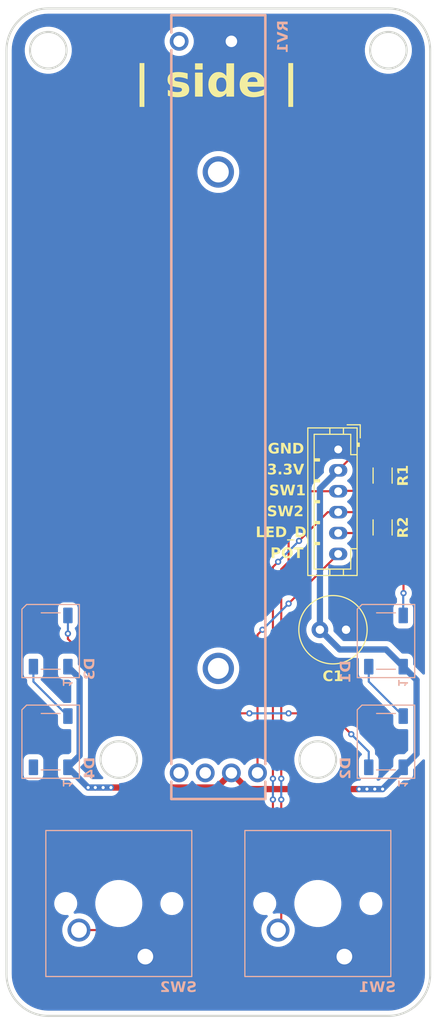
<source format=kicad_pcb>
(kicad_pcb (version 20241229) (generator "pcbnew") (generator_version "9.0")
  (layers (0 "F.Cu" signal) (2 "B.Cu" signal) (13 "F.Paste" user) (15 "B.Paste" user) (5 "F.SilkS" user "F.Silkscreen") (7 "B.SilkS" user "B.Silkscreen") (1 "F.Mask" user) (3 "B.Mask" user) (25 "Edge.Cuts" user))
  (net 0 "")
  (net 1 "GND")
  (net 2 "+3.3V")
  (net 3 "/POT")
  (net 4 "/SW1")
  (net 5 "/LED_D")
  (net 6 "/SW2")
  (net 7 "Net-(D1-DOUT)")
  (net 8 "Net-(D2-DOUT)")
  (net 9 "Net-(D3-DOUT)")
  (footprint "Capacitor_THT:C_Radial_D6.3mm_H7.0mm_P2.50mm" (layer "F.Cu") (at 147.5 100.25)
    (property "Reference" "C1" (at 1.25 4.5 0) (layer "F.SilkS"))
    (property "Value" "100u")
    (fp_circle (center 1.25 0) (end 4.52 0) (stroke (width 0.12)) (fill no) (layer "F.SilkS"))
    (pad "1" thru_hole circle (at 0 0) (size 1.6 1.6) (drill 0.8) (layers "*.Cu" "*.Mask") (net 2 "+3.3V"))
    (pad "2" thru_hole circle (at 2.5 0) (size 1.6 1.6) (drill 0.8) (layers "*.Cu" "*.Mask") (net 1 "GND"))
  )
  (footprint "Resistor_SMD:R_1206_3216Metric" (layer "F.Cu") (at 153.5 85.5 -90)
    (property "Reference" "R1" (at 0 -2 90) (layer "F.SilkS"))
    (property "Value" "10k")
    (fp_line (start -0.727064 0.91) (end 0.727064 0.91) (stroke (width 0.12)) (layer "F.SilkS"))
    (fp_line (start -0.727064 -0.91) (end 0.727064 -0.91) (stroke (width 0.12)) (layer "F.SilkS"))
    (pad "1" smd roundrect (at -1.4625 0 270) (size 1.125 1.75) (layers "F.Cu" "F.Mask" "F.Paste") (roundrect_rratio 0.222222) (net 2 "+3.3V"))
    (pad "2" smd roundrect (at 1.4625 0 270) (size 1.125 1.75) (layers "F.Cu" "F.Mask" "F.Paste") (roundrect_rratio 0.222222) (net 4 "/SW1"))
  )
  (footprint "Connector_JST:JST_PH_B6B-PH-K_1x06_P2.00mm_Vertical" (layer "F.Cu") (at 149.25 83 -90)
    (property "Reference" "J1" (hide yes))
    (property "Value" "JST_PH")
    (fp_line (start -2.06 2.91) (end 12.06 2.91) (stroke (width 0.12)) (layer "F.SilkS"))
    (fp_line (start 12.06 2.91) (end 12.06 -1.81) (stroke (width 0.12)) (layer "F.SilkS"))
    (fp_line (start -1.45 2.3) (end 11.45 2.3) (stroke (width 0.12)) (layer "F.SilkS"))
    (fp_line (start 0.9 2.3) (end 0.9 1.8) (stroke (width 0.12)) (layer "F.SilkS"))
    (fp_line (start 1 2.3) (end 1 1.8) (stroke (width 0.12)) (layer "F.SilkS"))
    (fp_line (start 2.9 2.3) (end 2.9 1.8) (stroke (width 0.12)) (layer "F.SilkS"))
    (fp_line (start 3 2.3) (end 3 1.8) (stroke (width 0.12)) (layer "F.SilkS"))
    (fp_line (start 4.9 2.3) (end 4.9 1.8) (stroke (width 0.12)) (layer "F.SilkS"))
    (fp_line (start 5 2.3) (end 5 1.8) (stroke (width 0.12)) (layer "F.SilkS"))
    (fp_line (start 6.9 2.3) (end 6.9 1.8) (stroke (width 0.12)) (layer "F.SilkS"))
    (fp_line (start 7 2.3) (end 7 1.8) (stroke (width 0.12)) (layer "F.SilkS"))
    (fp_line (start 8.9 2.3) (end 8.9 1.8) (stroke (width 0.12)) (layer "F.SilkS"))
    (fp_line (start 9 2.3) (end 9 1.8) (stroke (width 0.12)) (layer "F.SilkS"))
    (fp_line (start 11.45 2.3) (end 11.45 -1.2) (stroke (width 0.12)) (layer "F.SilkS"))
    (fp_line (start 0.9 1.8) (end 1.1 1.8) (stroke (width 0.12)) (layer "F.SilkS"))
    (fp_line (start 1.1 1.8) (end 1.1 2.3) (stroke (width 0.12)) (layer "F.SilkS"))
    (fp_line (start 2.9 1.8) (end 3.1 1.8) (stroke (width 0.12)) (layer "F.SilkS"))
    (fp_line (start 3.1 1.8) (end 3.1 2.3) (stroke (width 0.12)) (layer "F.SilkS"))
    (fp_line (start 4.9 1.8) (end 5.1 1.8) (stroke (width 0.12)) (layer "F.SilkS"))
    (fp_line (start 5.1 1.8) (end 5.1 2.3) (stroke (width 0.12)) (layer "F.SilkS"))
    (fp_line (start 6.9 1.8) (end 7.1 1.8) (stroke (width 0.12)) (layer "F.SilkS"))
    (fp_line (start 7.1 1.8) (end 7.1 2.3) (stroke (width 0.12)) (layer "F.SilkS"))
    (fp_line (start 8.9 1.8) (end 9.1 1.8) (stroke (width 0.12)) (layer "F.SilkS"))
    (fp_line (start 9.1 1.8) (end 9.1 2.3) (stroke (width 0.12)) (layer "F.SilkS"))
    (fp_line (start -2.06 0.8) (end -1.45 0.8) (stroke (width 0.12)) (layer "F.SilkS"))
    (fp_line (start 12.06 0.8) (end 11.45 0.8) (stroke (width 0.12)) (layer "F.SilkS"))
    (fp_line (start -2.06 -0.5) (end -1.45 -0.5) (stroke (width 0.12)) (layer "F.SilkS"))
    (fp_line (start 12.06 -0.5) (end 11.45 -0.5) (stroke (width 0.12)) (layer "F.SilkS"))
    (fp_line (start -1.45 -1.2) (end -1.45 2.3) (stroke (width 0.12)) (layer "F.SilkS"))
    (fp_line (start 0.5 -1.2) (end -1.45 -1.2) (stroke (width 0.12)) (layer "F.SilkS"))
    (fp_line (start 9.5 -1.2) (end 9.5 -1.81) (stroke (width 0.12)) (layer "F.SilkS"))
    (fp_line (start 11.45 -1.2) (end 9.5 -1.2) (stroke (width 0.12)) (layer "F.SilkS"))
    (fp_line (start -2.06 -1.81) (end -2.06 2.91) (stroke (width 0.12)) (layer "F.SilkS"))
    (fp_line (start -0.3 -1.81) (end -0.3 -2.01) (stroke (width 0.12)) (layer "F.SilkS"))
    (fp_line (start 0.5 -1.81) (end 0.5 -1.2) (stroke (width 0.12)) (layer "F.SilkS"))
    (fp_line (start 12.06 -1.81) (end -2.06 -1.81) (stroke (width 0.12)) (layer "F.SilkS"))
    (fp_line (start -0.3 -1.91) (end -0.6 -1.91) (stroke (width 0.12)) (layer "F.SilkS"))
    (fp_line (start -0.6 -2.01) (end -0.6 -1.81) (stroke (width 0.12)) (layer "F.SilkS"))
    (fp_line (start -0.3 -2.01) (end -0.6 -2.01) (stroke (width 0.12)) (layer "F.SilkS"))
    (fp_line (start -2.36 -2.11) (end -2.36 -0.86) (stroke (width 0.12)) (layer "F.SilkS"))
    (fp_line (start -1.11 -2.11) (end -2.36 -2.11) (stroke (width 0.12)) (layer "F.SilkS"))
    (pad "1" thru_hole roundrect (at 0 0 270) (size 1.2 1.75) (drill 0.75) (layers "*.Cu" "*.Mask") (roundrect_rratio 0.208333) (net 1 "GND"))
    (pad "2" thru_hole oval (at 2 0 270) (size 1.2 1.75) (drill 0.75) (layers "*.Cu" "*.Mask") (net 2 "+3.3V"))
    (pad "3" thru_hole oval (at 4 0 270) (size 1.2 1.75) (drill 0.75) (layers "*.Cu" "*.Mask") (net 4 "/SW1"))
    (pad "4" thru_hole oval (at 6 0 270) (size 1.2 1.75) (drill 0.75) (layers "*.Cu" "*.Mask") (net 6 "/SW2"))
    (pad "5" thru_hole oval (at 8 0 270) (size 1.2 1.75) (drill 0.75) (layers "*.Cu" "*.Mask") (net 5 "/LED_D"))
    (pad "6" thru_hole oval (at 10 0 270) (size 1.2 1.75) (drill 0.75) (layers "*.Cu" "*.Mask") (net 3 "/POT"))
  )
  (footprint "Resistor_SMD:R_1206_3216Metric" (layer "F.Cu") (at 153.5 90.4625 90)
    (property "Reference" "R2" (at 0 2 90) (layer "F.SilkS"))
    (property "Value" "10k")
    (fp_line (start -0.727064 -0.91) (end 0.727064 -0.91) (stroke (width 0.12)) (layer "F.SilkS"))
    (fp_line (start -0.727064 0.91) (end 0.727064 0.91) (stroke (width 0.12)) (layer "F.SilkS"))
    (pad "1" smd roundrect (at -1.4625 0 90) (size 1.125 1.75) (layers "F.Cu" "F.Mask" "F.Paste") (roundrect_rratio 0.222222) (net 2 "+3.3V"))
    (pad "2" smd roundrect (at 1.4625 0 90) (size 1.125 1.75) (layers "F.Cu" "F.Mask" "F.Paste") (roundrect_rratio 0.222222) (net 6 "/SW2"))
  )
  (footprint "LED_SMD:LED_WS2812B_PLCC4_5.0x5.0mm_P3.2mm" (layer "B.Cu") (at 153.824181 101.333723 90)
    (property "Reference" "D1" (at -2.916277 -3.824181 90) (layer "B.SilkS") (effects (justify mirror)))
    (property "Value" "WS2812B")
    (fp_line (start 3.05 -2.75) (end 3.5 -2.3) (stroke (width 0.12)) (layer "B.SilkS"))
    (fp_line (start -3.5 -2.75) (end 3.05 -2.75) (stroke (width 0.12)) (layer "B.SilkS"))
    (fp_line (start 3.5 -2.3) (end 3.5 2.75) (stroke (width 0.12)) (layer "B.SilkS"))
    (fp_line (start 2.7 -0.9) (end 2.7 0.9) (stroke (width 0.12)) (layer "B.SilkS"))
    (fp_line (start -2.7 -0.9) (end -2.7 0.9) (stroke (width 0.12)) (layer "B.SilkS"))
    (fp_line (start -3.5 2.75) (end -3.5 -2.75) (stroke (width 0.12)) (layer "B.SilkS"))
    (fp_line (start -3.5 2.75) (end 3.5 2.75) (stroke (width 0.12)) (layer "B.SilkS"))
    (fp_text user "1" (at -4 1.6 270) (layer "B.SilkS") (effects (font (size 0.8 0.8)) (justify mirror)))
    (pad "1" smd roundrect (at -2.45 1.65 90) (size 1.5 0.9) (layers "B.Cu" "B.Mask" "B.Paste") (roundrect_rratio 0.1) (net 2 "+3.3V"))
    (pad "2" smd roundrect (at -2.45 -1.65 90) (size 1.5 0.9) (layers "B.Cu" "B.Mask" "B.Paste") (roundrect_rratio 0.1) (net 7 "Net-(D1-DOUT)"))
    (pad "3" smd roundrect (at 2.45 -1.65 90) (size 1.5 0.9) (layers "B.Cu" "B.Mask" "B.Paste") (roundrect_rratio 0.1) (net 1 "GND"))
    (pad "4" smd roundrect (at 2.45 1.65 90) (size 1.5 0.9) (layers "B.Cu" "B.Mask" "B.Paste") (roundrect_rratio 0.1) (net 5 "/LED_D"))
  )
  (footprint "LED_SMD:LED_WS2812B_PLCC4_5.0x5.0mm_P3.2mm" (layer "B.Cu") (at 121.728372 110.963723 90)
    (property "Reference" "D4" (at -2.536277 3.771628 90) (layer "B.SilkS") (effects (justify mirror)))
    (property "Value" "WS2812B")
    (fp_line (start 3.05 -2.75) (end 3.5 -2.3) (stroke (width 0.12)) (layer "B.SilkS"))
    (fp_line (start -3.5 -2.75) (end 3.05 -2.75) (stroke (width 0.12)) (layer "B.SilkS"))
    (fp_line (start 3.5 -2.3) (end 3.5 2.75) (stroke (width 0.12)) (layer "B.SilkS"))
    (fp_line (start 2.7 -0.9) (end 2.7 0.9) (stroke (width 0.12)) (layer "B.SilkS"))
    (fp_line (start -2.7 -0.9) (end -2.7 0.9) (stroke (width 0.12)) (layer "B.SilkS"))
    (fp_line (start -3.5 2.75) (end -3.5 -2.75) (stroke (width 0.12)) (layer "B.SilkS"))
    (fp_line (start -3.5 2.75) (end 3.5 2.75) (stroke (width 0.12)) (layer "B.SilkS"))
    (fp_text user "1" (at -4 1.6 270) (layer "B.SilkS") (effects (font (size 0.8 0.8)) (justify mirror)))
    (pad "1" smd roundrect (at -2.45 1.65 90) (size 1.5 0.9) (layers "B.Cu" "B.Mask" "B.Paste") (roundrect_rratio 0.1) (net 2 "+3.3V"))
    (pad "2" smd roundrect (at -2.45 -1.65 90) (size 1.5 0.9) (layers "B.Cu" "B.Mask" "B.Paste") (roundrect_rratio 0.1))
    (pad "3" smd roundrect (at 2.45 -1.65 90) (size 1.5 0.9) (layers "B.Cu" "B.Mask" "B.Paste") (roundrect_rratio 0.1) (net 1 "GND"))
    (pad "4" smd roundrect (at 2.45 1.65 90) (size 1.5 0.9) (layers "B.Cu" "B.Mask" "B.Paste") (roundrect_rratio 0.1) (net 9 "Net-(D3-DOUT)"))
  )
  (footprint "LED_SMD:LED_WS2812B_PLCC4_5.0x5.0mm_P3.2mm" (layer "B.Cu") (at 121.728372 101.333723 90)
    (property "Reference" "D3" (at -2.666277 3.771628 90) (layer "B.SilkS") (effects (justify mirror)))
    (property "Value" "WS2812B")
    (fp_line (start 3.05 -2.75) (end 3.5 -2.3) (stroke (width 0.12)) (layer "B.SilkS"))
    (fp_line (start -3.5 -2.75) (end 3.05 -2.75) (stroke (width 0.12)) (layer "B.SilkS"))
    (fp_line (start 3.5 -2.3) (end 3.5 2.75) (stroke (width 0.12)) (layer "B.SilkS"))
    (fp_line (start 2.7 -0.9) (end 2.7 0.9) (stroke (width 0.12)) (layer "B.SilkS"))
    (fp_line (start -2.7 -0.9) (end -2.7 0.9) (stroke (width 0.12)) (layer "B.SilkS"))
    (fp_line (start -3.5 2.75) (end -3.5 -2.75) (stroke (width 0.12)) (layer "B.SilkS"))
    (fp_line (start -3.5 2.75) (end 3.5 2.75) (stroke (width 0.12)) (layer "B.SilkS"))
    (fp_text user "1" (at -4 1.6 270) (layer "B.SilkS") (effects (font (size 0.8 0.8)) (justify mirror)))
    (pad "1" smd roundrect (at -2.45 1.65 90) (size 1.5 0.9) (layers "B.Cu" "B.Mask" "B.Paste") (roundrect_rratio 0.1) (net 2 "+3.3V"))
    (pad "2" smd roundrect (at -2.45 -1.65 90) (size 1.5 0.9) (layers "B.Cu" "B.Mask" "B.Paste") (roundrect_rratio 0.1) (net 9 "Net-(D3-DOUT)"))
    (pad "3" smd roundrect (at 2.45 -1.65 90) (size 1.5 0.9) (layers "B.Cu" "B.Mask" "B.Paste") (roundrect_rratio 0.1) (net 1 "GND"))
    (pad "4" smd roundrect (at 2.45 1.65 90) (size 1.5 0.9) (layers "B.Cu" "B.Mask" "B.Paste") (roundrect_rratio 0.1) (net 8 "Net-(D2-DOUT)"))
  )
  (footprint "LED_SMD:LED_WS2812B_PLCC4_5.0x5.0mm_P3.2mm" (layer "B.Cu") (at 153.824181 110.963723 90)
    (property "Reference" "D2" (at -2.536277 -3.824181 270) (layer "B.SilkS") (effects (justify mirror)))
    (property "Value" "WS2812B")
    (fp_line (start 3.05 -2.75) (end 3.5 -2.3) (stroke (width 0.12)) (layer "B.SilkS"))
    (fp_line (start -3.5 -2.75) (end 3.05 -2.75) (stroke (width 0.12)) (layer "B.SilkS"))
    (fp_line (start 3.5 -2.3) (end 3.5 2.75) (stroke (width 0.12)) (layer "B.SilkS"))
    (fp_line (start 2.7 -0.9) (end 2.7 0.9) (stroke (width 0.12)) (layer "B.SilkS"))
    (fp_line (start -2.7 -0.9) (end -2.7 0.9) (stroke (width 0.12)) (layer "B.SilkS"))
    (fp_line (start -3.5 2.75) (end -3.5 -2.75) (stroke (width 0.12)) (layer "B.SilkS"))
    (fp_line (start -3.5 2.75) (end 3.5 2.75) (stroke (width 0.12)) (layer "B.SilkS"))
    (fp_text user "1" (at -4 1.6 270) (layer "B.SilkS") (effects (font (size 0.8 0.8)) (justify mirror)))
    (pad "1" smd roundrect (at -2.45 1.65 90) (size 1.5 0.9) (layers "B.Cu" "B.Mask" "B.Paste") (roundrect_rratio 0.1) (net 2 "+3.3V"))
    (pad "2" smd roundrect (at -2.45 -1.65 90) (size 1.5 0.9) (layers "B.Cu" "B.Mask" "B.Paste") (roundrect_rratio 0.1) (net 8 "Net-(D2-DOUT)"))
    (pad "3" smd roundrect (at 2.45 -1.65 90) (size 1.5 0.9) (layers "B.Cu" "B.Mask" "B.Paste") (roundrect_rratio 0.1) (net 1 "GND"))
    (pad "4" smd roundrect (at 2.45 1.65 90) (size 1.5 0.9) (layers "B.Cu" "B.Mask" "B.Paste") (roundrect_rratio 0.1) (net 7 "Net-(D1-DOUT)"))
  )
  (footprint "Button_Switch_Keyboard:SW_Cherry_MX_1.00u_PCB" (layer "B.Cu") (at 149.841276 131.528723)
    (property "Reference" "SW1" (at 3.158724 2.971277 0) (layer "B.SilkS") (effects (justify mirror)))
    (property "Value" "SW_Push")
    (fp_line (start -9.525 -12.065) (end -9.525 1.905) (stroke (width 0.12)) (layer "B.SilkS"))
    (fp_line (start -9.525 1.905) (end 4.445 1.905) (stroke (width 0.12)) (layer "B.SilkS"))
    (fp_line (start 4.445 -12.065) (end -9.525 -12.065) (stroke (width 0.12)) (layer "B.SilkS"))
    (fp_line (start 4.445 1.905) (end 4.445 -12.065) (stroke (width 0.12)) (layer "B.SilkS"))
    (pad "" np_thru_hole circle (at -7.62 -5.08) (size 1.7 1.7) (drill 1.7) (layers "*.Cu" "*.Mask"))
    (pad "" np_thru_hole circle (at -2.54 -5.08) (size 4 4) (drill 4) (layers "*.Cu" "*.Mask"))
    (pad "" np_thru_hole circle (at 2.54 -5.08) (size 1.7 1.7) (drill 1.7) (layers "*.Cu" "*.Mask"))
    (pad "1" thru_hole circle (at 0 0) (size 2.2 2.2) (drill 1.5) (layers "*.Cu" "*.Mask") (net 1 "GND"))
    (pad "2" thru_hole circle (at -6.35 -2.54) (size 2.2 2.2) (drill 1.5) (layers "*.Cu" "*.Mask") (net 4 "/SW1"))
  )
  (footprint "Button_Switch_Keyboard:SW_Cherry_MX_1.00u_PCB" (layer "B.Cu") (at 130.791276 131.528723)
    (property "Reference" "SW2" (at 3.158724 2.971277 0) (layer "B.SilkS") (effects (justify mirror)))
    (property "Value" "SW_Push")
    (fp_line (start -9.525 -12.065) (end -9.525 1.905) (stroke (width 0.12)) (layer "B.SilkS"))
    (fp_line (start -9.525 1.905) (end 4.445 1.905) (stroke (width 0.12)) (layer "B.SilkS"))
    (fp_line (start 4.445 -12.065) (end -9.525 -12.065) (stroke (width 0.12)) (layer "B.SilkS"))
    (fp_line (start 4.445 1.905) (end 4.445 -12.065) (stroke (width 0.12)) (layer "B.SilkS"))
    (pad "" np_thru_hole circle (at -7.62 -5.08) (size 1.7 1.7) (drill 1.7) (layers "*.Cu" "*.Mask"))
    (pad "" np_thru_hole circle (at -2.54 -5.08) (size 4 4) (drill 4) (layers "*.Cu" "*.Mask"))
    (pad "" np_thru_hole circle (at 2.54 -5.08) (size 1.7 1.7) (drill 1.7) (layers "*.Cu" "*.Mask"))
    (pad "1" thru_hole circle (at 0 0) (size 2.2 2.2) (drill 1.5) (layers "*.Cu" "*.Mask") (net 1 "GND"))
    (pad "2" thru_hole circle (at -6.35 -2.54) (size 2.2 2.2) (drill 1.5) (layers "*.Cu" "*.Mask") (net 6 "/SW2"))
  )
  (footprint "footprints:RS6011YA600M" (layer "B.Cu") (at 137.776276 78.95 90)
    (property "Reference" "RV1" (at 35.45 6.223724 90) (layer "B.SilkS") (effects (justify mirror)))
    (property "Value" "RS6011YA600M")
    (fp_line (start 37.5 -4.5) (end 36.35 -4.5) (stroke (width 0.25)) (layer "B.SilkS"))
    (fp_line (start 35.85 -4.5) (end 36.35 -4.5) (stroke (width 0.25)) (layer "B.SilkS"))
    (fp_line (start -34.15 -4.5) (end 34.16 -4.5) (stroke (width 0.25)) (layer "B.SilkS"))
    (fp_line (start -36.34 -4.5) (end -35.84 -4.5) (stroke (width 0.25)) (layer "B.SilkS"))
    (fp_line (start -36.34 -4.5) (end -37.5 -4.5) (stroke (width 0.25)) (layer "B.SilkS"))
    (fp_line (start -37.5 -4.5) (end -37.5 4.5) (stroke (width 0.25)) (layer "B.SilkS"))
    (fp_line (start 37.5 4.5) (end 37.5 -4.5) (stroke (width 0.25)) (layer "B.SilkS"))
    (fp_line (start 34.16 4.5) (end 37.5 4.5) (stroke (width 0.25)) (layer "B.SilkS"))
    (fp_line (start 34.16 4.5) (end -34.15 4.5) (stroke (width 0.25)) (layer "B.SilkS"))
    (fp_line (start -35.84 4.5) (end -36.34 4.5) (stroke (width 0.25)) (layer "B.SilkS"))
    (fp_line (start -37.5 4.5) (end -36.34 4.5) (stroke (width 0.25)) (layer "B.SilkS"))
    (pad "1" thru_hole circle (at -35 1.25 90) (size 1.8 1.8) (drill 1.100023) (layers "*.Cu" "*.Mask") (net 2 "+3.3V"))
    (pad "2" thru_hole circle (at -35 3.75 90) (size 1.8 1.8) (drill 1.100023) (layers "*.Cu" "*.Mask") (net 3 "/POT"))
    (pad "3" thru_hole circle (at 35 1.25 90) (size 1.8 1.8) (drill 1.100023) (layers "*.Cu" "*.Mask") (net 1 "GND"))
    (pad "4" thru_hole circle (at -35 -1.25 90) (size 1.8 1.8) (drill 1.100023) (layers "*.Cu" "*.Mask"))
    (pad "5" thru_hole circle (at -35 -3.75 90) (size 1.8 1.8) (drill 1.100023) (layers "*.Cu" "*.Mask"))
    (pad "6" thru_hole circle (at 35 -3.75 90) (size 1.8 1.8) (drill 1.100023) (layers "*.Cu" "*.Mask"))
    (pad "7" thru_hole circle (at -25 0 90) (size 3 3) (drill 1.999996) (layers "*.Cu" "*.Mask"))
    (pad "8" thru_hole circle (at 22.5 0 90) (size 3 3) (drill 1.999996) (layers "*.Cu" "*.Mask"))
  )
  (gr_arc (start 154.052553 40.8) (mid 156.88098 41.971573) (end 158.052553 44.800001) (stroke (width 0.2)) (layer "Edge.Cuts"))
  (gr_line (start 117.5 133.200001) (end 117.5 44.8) (stroke (width 0.2)) (layer "Edge.Cuts"))
  (gr_line (start 121.499999 40.8) (end 154.052553 40.8) (stroke (width 0.2)) (layer "Edge.Cuts"))
  (gr_line (start 158.052553 44.800001) (end 158.052553 133.2) (stroke (width 0.2)) (layer "Edge.Cuts"))
  (gr_circle (center 154.052553 44.8) (end 155.802553 44.8) (stroke (width 0.2)) (fill no) (layer "Edge.Cuts"))
  (gr_circle (center 128.252323 112.673723) (end 130.002323 112.673723) (stroke (width 0.2)) (fill no) (layer "Edge.Cuts"))
  (gr_circle (center 121.5 44.8) (end 123.25 44.8) (stroke (width 0.2)) (fill no) (layer "Edge.Cuts"))
  (gr_circle (center 147.300229 112.673723) (end 149.050229 112.673723) (stroke (width 0.2)) (fill no) (layer "Edge.Cuts"))
  (gr_line (start 154.052553 137.2) (end 121.5 137.2) (stroke (width 0.2)) (layer "Edge.Cuts"))
  (gr_arc (start 158.052553 133.2) (mid 156.88098 136.028427) (end 154.052553 137.2) (stroke (width 0.2)) (layer "Edge.Cuts"))
  (gr_arc (start 121.5 137.2) (mid 118.671573 136.028427) (end 117.5 133.200001) (stroke (width 0.2)) (layer "Edge.Cuts"))
  (gr_arc (start 117.5 44.8) (mid 118.671573 41.971573) (end 121.499999 40.8) (stroke (width 0.2)) (layer "Edge.Cuts"))
  (gr_text "LED_D" (at 141.345116 91.560977 0) (layer "F.SilkS") (effects (font (size 1 1) (thickness 0.25) (bold yes)) (justify left bottom)))
  (gr_text "SW2" (at 142.4276 89.560977 0) (layer "F.SilkS") (effects (font (size 1 1) (thickness 0.25) (bold yes)) (justify left bottom)))
  (gr_text "GND" (at 142.507711 83.560977 0) (layer "F.SilkS") (effects (font (size 1 1) (thickness 0.25) (bold yes)) (justify left bottom)))
  (gr_text "SW1" (at 142.623971 87.560977 0) (layer "F.SilkS") (effects (font (size 1 1) (thickness 0.25) (bold yes)) (justify left bottom)))
  (gr_text "| side |" (at 137.588776 49.75 0) (layer "F.SilkS") (effects (font (size 3 3) (thickness 0.3) (bold yes) (italic yes)) (justify bottom)))
  (gr_text "POT" (at 142.75 93.560977 0) (layer "F.SilkS") (effects (font (size 1 1) (thickness 0.25) (bold yes)) (justify left bottom)))
  (gr_text "3.3V" (at 142.436393 85.560977 0) (layer "F.SilkS") (effects (font (size 1 1) (thickness 0.25) (bold yes)) (justify left bottom)))
  (segment (start 154.825 91.925) (end 153.5 91.925) (width 0.2) (layer "F.Cu") (net 2))
  (segment (start 154.7875 84.0375) (end 155.25 84.5) (width 0.2) (layer "F.Cu") (net 2))
  (segment (start 153.5 84.0375) (end 154.7875 84.0375) (width 0.2) (layer "F.Cu") (net 2))
  (segment (start 155.25 84.5) (end 155.25 91.5) (width 0.2) (layer "F.Cu") (net 2))
  (segment (start 140.576276 115.5) (end 139.026276 113.95) (width 0.6) (layer "F.Cu") (net 2))
  (segment (start 150.2125 84.0375) (end 149.25 85) (width 0.2) (layer "F.Cu") (net 2))
  (segment (start 153.5 115.5) (end 140.576276 115.5) (width 0.6) (layer "F.Cu") (net 2))
  (segment (start 137.625276 115.351) (end 139.026276 113.95) (width 0.6) (layer "F.Cu") (net 2))
  (segment (start 125.315649 115.351) (end 137.625276 115.351) (width 0.6) (layer "F.Cu") (net 2))
  (segment (start 153.5 84.0375) (end 150.2125 84.0375) (width 0.2) (layer "F.Cu") (net 2))
  (segment (start 155.25 91.5) (end 154.825 91.925) (width 0.2) (layer "F.Cu") (net 2))
  (via (at 152.75 115.5) (size 0.6) (drill 0.3) (layers "F.Cu" "B.Cu") (net 2))
  (via (at 151.25 115.5) (size 0.6) (drill 0.3) (layers "F.Cu" "B.Cu") (net 2))
  (via (at 127.5 115.351) (size 0.6) (drill 0.3) (layers "F.Cu" "B.Cu") (net 2))
  (via (at 152 115.5) (size 0.6) (drill 0.3) (layers "F.Cu" "B.Cu") (net 2))
  (via (at 125.315649 115.351) (size 0.6) (drill 0.3) (layers "F.Cu" "B.Cu") (net 2))
  (via (at 153.5 115.5) (size 0.6) (drill 0.3) (layers "F.Cu" "B.Cu") (net 2))
  (via (at 126.75 115.351) (size 0.6) (drill 0.3) (layers "F.Cu" "B.Cu") (net 2))
  (via (at 126 115.351) (size 0.6) (drill 0.3) (layers "F.Cu" "B.Cu") (net 2))
  (segment (start 152 115.5) (end 151.25 115.5) (width 0.6) (layer "B.Cu") (net 2))
  (segment (start 155.474181 113.413723) (end 155.474181 113.525819) (width 0.6) (layer "B.Cu") (net 2))
  (segment (start 125.315649 115.351) (end 123.378372 113.413723) (width 0.6) (layer "B.Cu") (net 2))
  (segment (start 155.474181 103.783723) (end 153.829942 102.139484) (width 0.6) (layer "B.Cu") (net 2))
  (segment (start 125.315649 115.351) (end 126 115.351) (width 0.6) (layer "B.Cu") (net 2))
  (segment (start 147.5 86.75) (end 149.25 85) (width 0.6) (layer "B.Cu") (net 2))
  (segment (start 155.474181 103.783723) (end 156.75 105.059542) (width 0.6) (layer "B.Cu") (net 2))
  (segment (start 155.474181 113.525819) (end 153.5 115.5) (width 0.6) (layer "B.Cu") (net 2))
  (segment (start 152.75 115.5) (end 152 115.5) (width 0.6) (layer "B.Cu") (net 2))
  (segment (start 126 115.351) (end 126.75 115.351) (width 0.6) (layer "B.Cu") (net 2))
  (segment (start 123.378372 103.783723) (end 124.5 104.905351) (width 0.6) (layer "B.Cu") (net 2))
  (segment (start 124.5 112.292095) (end 123.378372 113.413723) (width 0.6) (layer "B.Cu") (net 2))
  (segment (start 153.829942 102.139484) (end 149.389484 102.139484) (width 0.6) (layer "B.Cu") (net 2))
  (segment (start 147.5 100.25) (end 147.5 86.75) (width 0.6) (layer "B.Cu") (net 2))
  (segment (start 124.5 104.905351) (end 124.5 112.292095) (width 0.6) (layer "B.Cu") (net 2))
  (segment (start 153.5 115.5) (end 152.75 115.5) (width 0.6) (layer "B.Cu") (net 2))
  (segment (start 149.389484 102.139484) (end 147.5 100.25) (width 0.6) (layer "B.Cu") (net 2))
  (segment (start 126.75 115.351) (end 127.5 115.351) (width 0.6) (layer "B.Cu") (net 2))
  (segment (start 156.75 112.137904) (end 155.474181 113.413723) (width 0.6) (layer "B.Cu") (net 2))
  (segment (start 156.75 105.059542) (end 156.75 112.137904) (width 0.6) (layer "B.Cu") (net 2))
  (segment (start 142 100.25) (end 141.526276 100.723724) (width 0.2) (layer "F.Cu") (net 3))
  (segment (start 144.5 97.75) (end 149.25 93) (width 0.2) (layer "F.Cu") (net 3))
  (segment (start 141.526276 100.723724) (end 141.526276 113.95) (width 0.2) (layer "F.Cu") (net 3))
  (via (at 142 100.25) (size 0.6) (drill 0.3) (layers "F.Cu" "B.Cu") (net 3))
  (via (at 144.5 97.75) (size 0.6) (drill 0.3) (layers "F.Cu" "B.Cu") (net 3))
  (segment (start 144.5 97.75) (end 142 100.25) (width 0.2) (layer "B.Cu") (net 3))
  (segment (start 144.5 93.75) (end 144.5 88) (width 0.2) (layer "F.Cu") (net 4))
  (segment (start 143.800003 114.5) (end 143.800003 94.449997) (width 0.2) (layer "F.Cu") (net 4))
  (segment (start 143.800003 128.679996) (end 143.800003 116.5) (width 0.2) (layer "F.Cu") (net 4))
  (segment (start 145.5 87) (end 149.25 87) (width 0.2) (layer "F.Cu") (net 4))
  (segment (start 143.491276 128.988723) (end 143.800003 128.679996) (width 0.2) (layer "F.Cu") (net 4))
  (segment (start 144.5 88) (end 145.5 87) (width 0.2) (layer "F.Cu") (net 4))
  (segment (start 143.800003 94.449997) (end 144.5 93.75) (width 0.2) (layer "F.Cu") (net 4))
  (segment (start 149.2875 86.9625) (end 149.25 87) (width 0.2) (layer "F.Cu") (net 4))
  (segment (start 143.75 116.5) (end 143.800003 116.5) (width 0.2) (layer "F.Cu") (net 4))
  (segment (start 153.5 86.9625) (end 149.2875 86.9625) (width 0.2) (layer "F.Cu") (net 4))
  (via (at 143.800003 116.5) (size 0.6) (drill 0.3) (layers "F.Cu" "B.Cu") (net 4))
  (via (at 143.800003 114.5) (size 0.6) (drill 0.3) (layers "F.Cu" "B.Cu") (net 4))
  (segment (start 143.800003 116.5) (end 143.800003 114.550003) (width 0.2) (layer "B.Cu") (net 4))
  (segment (start 143.800003 114.550003) (end 143.75 114.5) (width 0.2) (layer "B.Cu") (net 4))
  (segment (start 143.75 114.5) (end 143.800003 114.5) (width 0.2) (layer "B.Cu") (net 4))
  (segment (start 155.25 95.5) (end 155.5 95.75) (width 0.2) (layer "F.Cu") (net 5))
  (segment (start 155.5 95.75) (end 155.5 96.75) (width 0.2) (layer "F.Cu") (net 5))
  (segment (start 150.75 91) (end 155.25 95.5) (width 0.2) (layer "F.Cu") (net 5))
  (segment (start 149.25 91) (end 150.75 91) (width 0.2) (layer "F.Cu") (net 5))
  (via (at 155.5 96.75) (size 0.6) (drill 0.3) (layers "F.Cu" "B.Cu") (net 5))
  (segment (start 155.5 96.75) (end 155.474181 96.775819) (width 0.2) (layer "B.Cu") (net 5))
  (segment (start 155.474181 96.775819) (end 155.474181 98.883723) (width 0.2) (layer "B.Cu") (net 5))
  (segment (start 137.261277 128.988723) (end 143 123.25) (width 0.2) (layer "F.Cu") (net 6))
  (segment (start 143 116.5) (end 143 123.25) (width 0.2) (layer "F.Cu") (net 6))
  (segment (start 153.5 89) (end 149.25 89) (width 0.2) (layer "F.Cu") (net 6))
  (segment (start 145.5 91.75) (end 148.25 89) (width 0.2) (layer "F.Cu") (net 6))
  (segment (start 143 94.25) (end 143 114.5) (width 0.2) (layer "F.Cu") (net 6))
  (segment (start 148.25 89) (end 149.25 89) (width 0.2) (layer "F.Cu") (net 6))
  (segment (start 143.5 93.75) (end 143 94.25) (width 0.2) (layer "F.Cu") (net 6))
  (segment (start 124.441276 128.988723) (end 137.261277 128.988723) (width 0.2) (layer "F.Cu") (net 6))
  (via (at 145.5 91.75) (size 0.6) (drill 0.3) (layers "F.Cu" "B.Cu") (net 6))
  (via (at 143 116.5) (size 0.6) (drill 0.3) (layers "F.Cu" "B.Cu") (net 6))
  (via (at 143.5 93.75) (size 0.6) (drill 0.3) (layers "F.Cu" "B.Cu") (net 6))
  (via (at 143 114.5) (size 0.6) (drill 0.3) (layers "F.Cu" "B.Cu") (net 6))
  (segment (start 143 114.5) (end 143 116.5) (width 0.2) (layer "B.Cu") (net 6))
  (segment (start 143.5 93.75) (end 145 92.25) (width 0.2) (layer "B.Cu") (net 6))
  (segment (start 145 92.25) (end 145.5 91.75) (width 0.2) (layer "B.Cu") (net 6))
  (segment (start 152.174181 105.213723) (end 155.474181 108.513723) (width 0.2) (layer "B.Cu") (net 7))
  (segment (start 152.174181 103.783723) (end 152.174181 105.213723) (width 0.2) (layer "B.Cu") (net 7))
  (segment (start 140.75 108.25) (end 130.5 108.25) (width 0.2) (layer "F.Cu") (net 8))
  (segment (start 150.5 110.25) (end 148.5 108.25) (width 0.2) (layer "F.Cu") (net 8))
  (segment (start 148.5 108.25) (end 144.5 108.25) (width 0.2) (layer "F.Cu") (net 8))
  (segment (start 123.378372 101.128372) (end 123.378372 100.621628) (width 0.2) (layer "F.Cu") (net 8))
  (segment (start 130.5 108.25) (end 123.378372 101.128372) (width 0.2) (layer "F.Cu") (net 8))
  (via (at 140.75 108.25) (size 0.6) (drill 0.3) (layers "F.Cu" "B.Cu") (net 8))
  (via (at 144.5 108.25) (size 0.6) (drill 0.3) (layers "F.Cu" "B.Cu") (net 8))
  (via (at 150.5 110.25) (size 0.6) (drill 0.3) (layers "F.Cu" "B.Cu") (net 8))
  (via (at 123.378372 100.621628) (size 0.6) (drill 0.3) (layers "F.Cu" "B.Cu") (net 8))
  (segment (start 123.378372 100.628372) (end 123.378372 100.621628) (width 0.2) (layer "B.Cu") (net 8))
  (segment (start 144.5 108.25) (end 140.75 108.25) (width 0.2) (layer "B.Cu") (net 8))
  (segment (start 152.174181 111.924181) (end 150.5 110.25) (width 0.2) (layer "B.Cu") (net 8))
  (segment (start 152.174181 113.413723) (end 152.174181 111.924181) (width 0.2) (layer "B.Cu") (net 8))
  (segment (start 123.378372 100.621628) (end 123.378372 98.883723) (width 0.2) (layer "B.Cu") (net 8))
  (segment (start 120.078372 105.213723) (end 123.378372 108.513723) (width 0.2) (layer "B.Cu") (net 9))
  (segment (start 120.078372 103.783723) (end 120.078372 105.213723) (width 0.2) (layer "B.Cu") (net 9))
  (zone (net 1) (net_name "GND") (layer "B.Cu") (connect_pads yes (clearance 0.5)) (min_thickness 0.25) (fill yes (thermal_gap 0.5) (thermal_bridge_width 0.5))
    (polygon (pts (xy 117 40.25) (xy 159 39.993902) (xy 159 138) (xy 117 138)))
  )
)
</source>
